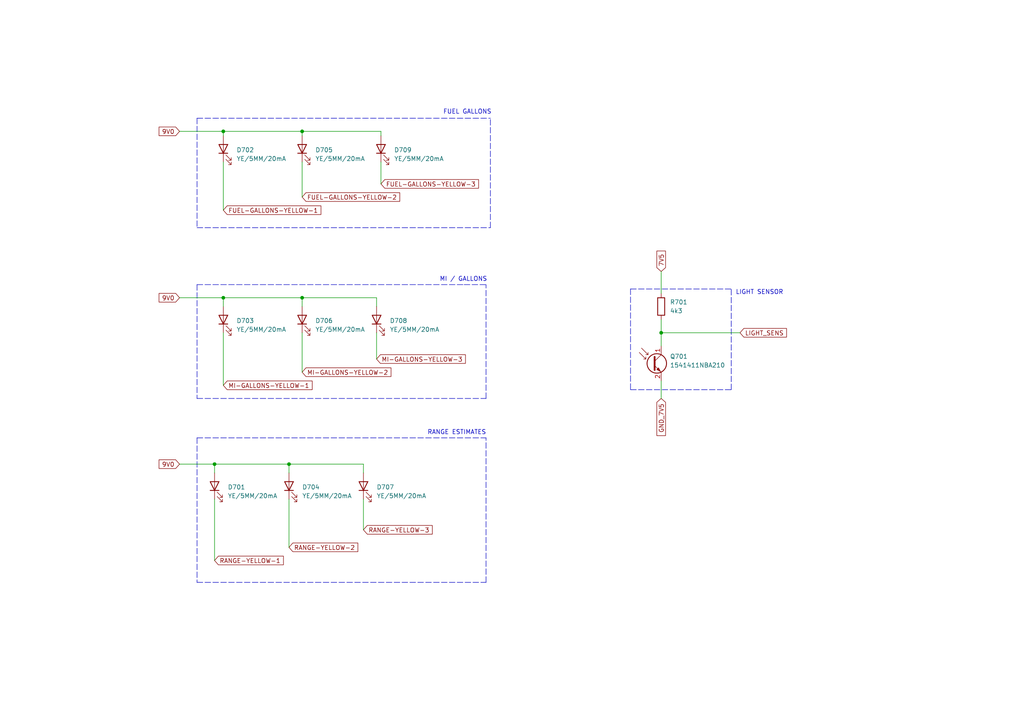
<source format=kicad_sch>
(kicad_sch (version 20250114) (generator "eeschema") (generator_version "9.0")
  (paper "A4")
  (title_block (title "LEDs") (date "2025-11-01") (rev "1") (company "Code99 | Automotive") (comment 1 "FUEL-MILES-RANGE") (comment 2 "DASH2000S1S2"))
  (lib_symbols
    (symbol "Device:LED" (pin_numbers (hide yes)) (pin_names (offset 1.016) (hide yes))
      (property "Reference" "D" (at 0 2.54 0))
      (property "Value" "LED" (at 0 -2.54 0))
      (symbol "LED_0_1"
        (polyline (pts (xy -3.048 -0.762) (xy -4.572 -2.286) (xy -3.81 -2.286) (xy -4.572 -2.286) (xy -4.572 -1.524)))
        (polyline (pts (xy -1.778 -0.762) (xy -3.302 -2.286) (xy -2.54 -2.286) (xy -3.302 -2.286) (xy -3.302 -1.524)))
        (polyline (pts (xy -1.27 0) (xy 1.27 0)))
        (polyline (pts (xy -1.27 -1.27) (xy -1.27 1.27)) (stroke (width 0.254)))
        (polyline (pts (xy 1.27 -1.27) (xy 1.27 1.27) (xy -1.27 0) (xy 1.27 -1.27)) (stroke (width 0.254)))
      )
      (symbol "LED_1_1"
        (pin passive line (at -3.81 0 0) (length 2.54) (name "K") (number "1"))
        (pin passive line (at 3.81 0 180) (length 2.54) (name "A") (number "2"))
      )
    )
    (symbol "Device:R" (pin_numbers (hide yes)) (pin_names (offset 0))
      (property "Reference" "R" (at 2.032 0 90))
      (property "Value" "R" (at 0 0 90))
      (symbol "R_0_1"
        (rectangle (start -1.016 -2.54) (end 1.016 2.54) (stroke (width 0.254)))
      )
      (symbol "R_1_1"
        (pin passive line (at 0 3.81 270) (length 1.27) (name "~") (number "1"))
        (pin passive line (at 0 -3.81 90) (length 1.27) (name "~") (number "2"))
      )
    )
    (symbol "Sensor_Optical:BPW40" (pin_names (offset 0) (hide yes))
      (property "Reference" "Q" (at 5.08 1.27 0))
      (property "Value" "BPW40" (at 5.08 -1.27 0))
      (symbol "BPW40_0_1"
        (polyline (pts (xy -3.81 3.175) (xy -1.905 1.27) (xy -1.905 1.905)))
        (polyline (pts (xy -3.175 4.445) (xy -1.27 2.54) (xy -1.27 3.175)))
        (polyline (pts (xy -1.905 1.27) (xy -2.54 1.27)))
        (polyline (pts (xy -1.27 2.54) (xy -1.905 2.54)))
        (polyline (pts (xy 0.635 1.905) (xy 0.635 -1.905) (xy 0.635 -1.905)) (stroke (width 0.508)))
        (polyline (pts (xy 0.635 0.635) (xy 2.54 2.54)))
        (polyline (pts (xy 0.635 -0.635) (xy 2.54 -2.54) (xy 2.54 -2.54)))
        (circle (center 1.27 0) (radius 2.8194) (stroke (width 0.254)))
        (polyline (pts (xy 1.27 -1.778) (xy 1.778 -1.27) (xy 2.286 -2.286) (xy 1.27 -1.778) (xy 1.27 -1.778)) (fill (type outline)))
      )
      (symbol "BPW40_1_1"
        (pin passive line (at 2.54 5.08 270) (length 2.54) (name "C") (number "1"))
        (pin passive line (at 2.54 -5.08 90) (length 2.54) (name "E") (number "2"))
      )
    )
  )
  (text "MI / GALLONS" (at 127.508 81.788 0) (effects (font (size 1.27 1.27)) (justify left bottom)))
  (text "RANGE ESTIMATES" (at 123.952 126.238 0) (effects (font (size 1.27 1.27)) (justify left bottom)))
  (text "FUEL GALLONS" (at 128.524 33.274 0) (effects (font (size 1.27 1.27)) (justify left bottom)))
  (text "LIGHT SENSOR" (at 213.36 85.598 0) (effects (font (size 1.27 1.27)) (justify left bottom)))
  (junction (at 83.82 134.62))
  (junction (at 87.63 38.1))
  (junction (at 64.77 86.36))
  (junction (at 62.23 134.62))
  (junction (at 191.77 96.52))
  (junction (at 87.63 86.36))
  (junction (at 64.77 38.1))
  (wire (pts (xy 64.77 86.36) (xy 64.77 88.9)))
  (wire (pts (xy 64.77 38.1) (xy 52.07 38.1)))
  (wire (pts (xy 83.82 134.62) (xy 83.82 137.16)))
  (wire (pts (xy 110.49 46.99) (xy 110.49 53.34)))
  (polyline (pts (xy 57.15 115.57) (xy 140.97 115.57)) (stroke (width 0) (type dash)))
  (wire (pts (xy 83.82 134.62) (xy 105.41 134.62)))
  (wire (pts (xy 52.07 86.36) (xy 64.77 86.36)))
  (wire (pts (xy 87.63 46.99) (xy 87.63 57.15)))
  (polyline (pts (xy 134.62 82.55) (xy 140.97 82.55)) (stroke (width 0) (type dash)))
  (wire (pts (xy 191.77 110.49) (xy 191.77 115.57)))
  (wire (pts (xy 109.22 88.9) (xy 109.22 86.36)))
  (polyline (pts (xy 57.15 34.29) (xy 57.15 66.04)) (stroke (width 0) (type dash)))
  (wire (pts (xy 62.23 134.62) (xy 83.82 134.62)))
  (wire (pts (xy 64.77 96.52) (xy 64.77 111.76)))
  (wire (pts (xy 191.77 78.74) (xy 191.77 85.09)))
  (polyline (pts (xy 182.88 113.03) (xy 212.09 113.03)) (stroke (width 0) (type dash)))
  (polyline (pts (xy 57.15 127) (xy 57.15 168.91)) (stroke (width 0) (type dash)))
  (wire (pts (xy 64.77 38.1) (xy 87.63 38.1)))
  (wire (pts (xy 83.82 144.78) (xy 83.82 158.75)))
  (wire (pts (xy 191.77 96.52) (xy 214.63 96.52)))
  (wire (pts (xy 87.63 38.1) (xy 110.49 38.1)))
  (polyline (pts (xy 182.88 83.82) (xy 212.09 83.82)) (stroke (width 0) (type dash)))
  (wire (pts (xy 64.77 46.99) (xy 64.77 60.96)))
  (polyline (pts (xy 57.15 168.91) (xy 140.97 168.91)) (stroke (width 0) (type dash)))
  (polyline (pts (xy 182.88 83.82) (xy 182.88 113.03)) (stroke (width 0) (type dash)))
  (wire (pts (xy 64.77 38.1) (xy 64.77 39.37)))
  (polyline (pts (xy 57.15 66.04) (xy 142.24 66.04)) (stroke (width 0) (type dash)))
  (polyline (pts (xy 57.15 34.29) (xy 142.24 34.29)) (stroke (width 0) (type dash)))
  (wire (pts (xy 87.63 96.52) (xy 87.63 107.95)))
  (wire (pts (xy 191.77 96.52) (xy 191.77 100.33)))
  (wire (pts (xy 87.63 86.36) (xy 109.22 86.36)))
  (wire (pts (xy 52.07 134.62) (xy 62.23 134.62)))
  (polyline (pts (xy 140.97 115.57) (xy 140.97 82.55)) (stroke (width 0) (type dash)))
  (wire (pts (xy 62.23 144.78) (xy 62.23 162.56)))
  (wire (pts (xy 191.77 92.71) (xy 191.77 96.52)))
  (wire (pts (xy 64.77 86.36) (xy 87.63 86.36)))
  (wire (pts (xy 87.63 88.9) (xy 87.63 86.36)))
  (polyline (pts (xy 140.97 168.91) (xy 140.97 127)) (stroke (width 0) (type dash)))
  (wire (pts (xy 105.41 137.16) (xy 105.41 134.62)))
  (polyline (pts (xy 57.15 82.55) (xy 134.62 82.55)) (stroke (width 0) (type dash)))
  (polyline (pts (xy 212.09 113.03) (xy 212.09 83.82)) (stroke (width 0) (type dash)))
  (wire (pts (xy 87.63 39.37) (xy 87.63 38.1)))
  (polyline (pts (xy 57.15 82.55) (xy 57.15 115.57)) (stroke (width 0) (type dash)))
  (wire (pts (xy 109.22 96.52) (xy 109.22 104.14)))
  (polyline (pts (xy 142.24 66.04) (xy 142.24 34.29)) (stroke (width 0) (type dash)))
  (polyline (pts (xy 57.15 127) (xy 140.97 127)) (stroke (width 0) (type dash)))
  (wire (pts (xy 62.23 137.16) (xy 62.23 134.62)))
  (wire (pts (xy 105.41 144.78) (xy 105.41 153.67)))
  (wire (pts (xy 110.49 39.37) (xy 110.49 38.1)))
  (global_label "MI-GALLONS-YELLOW-3" (shape input) (at 109.22 104.14 0) (property "Intersheetrefs" "${INTERSHEET_REFS}" (effects (hide yes))))
  (global_label "9V0" (shape input) (at 52.07 134.62 180) (property "Intersheetrefs" "${INTERSHEET_REFS}" (effects (hide yes))))
  (global_label "7V5" (shape input) (at 191.77 78.74 90) (property "Intersheetrefs" "${INTERSHEET_REFS}" (effects (hide yes))))
  (global_label "RANGE-YELLOW-1" (shape input) (at 62.23 162.56 0) (property "Intersheetrefs" "${INTERSHEET_REFS}" (effects (hide yes))))
  (global_label "MI-GALLONS-YELLOW-2" (shape input) (at 87.63 107.95 0) (property "Intersheetrefs" "${INTERSHEET_REFS}" (effects (hide yes))))
  (global_label "RANGE-YELLOW-2" (shape input) (at 83.82 158.75 0) (property "Intersheetrefs" "${INTERSHEET_REFS}" (effects (hide yes))))
  (global_label "FUEL-GALLONS-YELLOW-3" (shape input) (at 110.49 53.34 0) (property "Intersheetrefs" "${INTERSHEET_REFS}" (effects (hide yes))))
  (global_label "FUEL-GALLONS-YELLOW-1" (shape input) (at 64.77 60.96 0) (property "Intersheetrefs" "${INTERSHEET_REFS}" (effects (hide yes))))
  (global_label "LIGHT_SENS" (shape input) (at 214.63 96.52 0) (property "Intersheetrefs" "${INTERSHEET_REFS}" (effects (hide yes))))
  (global_label "GND_7V5" (shape input) (at 191.77 115.57 270) (property "Intersheetrefs" "${INTERSHEET_REFS}" (effects (hide yes))))
  (global_label "FUEL-GALLONS-YELLOW-2" (shape input) (at 87.63 57.15 0) (property "Intersheetrefs" "${INTERSHEET_REFS}" (effects (hide yes))))
  (global_label "RANGE-YELLOW-3" (shape input) (at 105.41 153.67 0) (property "Intersheetrefs" "${INTERSHEET_REFS}" (effects (hide yes))))
  (global_label "9V0" (shape input) (at 52.07 86.36 180) (property "Intersheetrefs" "${INTERSHEET_REFS}" (effects (hide yes))))
  (global_label "9V0" (shape input) (at 52.07 38.1 180) (property "Intersheetrefs" "${INTERSHEET_REFS}" (effects (hide yes))))
  (global_label "MI-GALLONS-YELLOW-1" (shape input) (at 64.77 111.76 0) (property "Intersheetrefs" "${INTERSHEET_REFS}" (effects (hide yes))))
  (symbol (lib_id "Device:LED") (at 110.49 43.18 90) (unit 1)
    (property "Reference" "D709" (at 114.3 43.4974 90) (effects (justify right)))
    (property "Value" "YE/5MM/20mA" (at 114.3 46.0374 90) (effects (justify right)))
    (property "Footprint" "Code99_LED:LED_5MM_YELLOW_DIFF" (effects (hide yes)))
    (property "Description" "Light emitting diode" (effects (hide yes)))
    (property "Sim.Pins" "1=K 2=A" (effects (hide yes)))
  )
  (symbol (lib_id "Device:LED") (at 87.63 92.71 90) (unit 1)
    (property "Reference" "D706" (at 91.44 93.0274 90) (effects (justify right)))
    (property "Value" "YE/5MM/20mA" (at 91.44 95.5674 90) (effects (justify right)))
    (property "Footprint" "Code99_LED:LED_5MM_YELLOW_DIFF" (effects (hide yes)))
    (property "Description" "Light emitting diode" (effects (hide yes)))
    (property "Sim.Pins" "1=K 2=A" (effects (hide yes)))
  )
  (symbol (lib_id "Device:LED") (at 64.77 92.71 90) (unit 1)
    (property "Reference" "D703" (at 68.58 93.0274 90) (effects (justify right)))
    (property "Value" "YE/5MM/20mA" (at 68.58 95.5674 90) (effects (justify right)))
    (property "Footprint" "Code99_LED:LED_5MM_YELLOW_DIFF" (effects (hide yes)))
    (property "Description" "Light emitting diode" (effects (hide yes)))
    (property "Sim.Pins" "1=K 2=A" (effects (hide yes)))
  )
  (symbol (lib_id "Device:LED") (at 109.22 92.71 90) (unit 1)
    (property "Reference" "D708" (at 113.03 93.0274 90) (effects (justify right)))
    (property "Value" "YE/5MM/20mA" (at 113.03 95.5674 90) (effects (justify right)))
    (property "Footprint" "Code99_LED:LED_5MM_YELLOW_DIFF" (effects (hide yes)))
    (property "Description" "Light emitting diode" (effects (hide yes)))
    (property "Sim.Pins" "1=K 2=A" (effects (hide yes)))
  )
  (symbol (lib_id "Device:LED") (at 105.41 140.97 90) (unit 1)
    (property "Reference" "D707" (at 109.22 141.2874 90) (effects (justify right)))
    (property "Value" "YE/5MM/20mA" (at 109.22 143.8274 90) (effects (justify right)))
    (property "Footprint" "Code99_LED:LED_5MM_YELLOW_DIFF" (effects (hide yes)))
    (property "Description" "Light emitting diode" (effects (hide yes)))
    (property "Sim.Pins" "1=K 2=A" (effects (hide yes)))
  )
  (symbol (lib_id "Device:LED") (at 64.77 43.18 90) (unit 1)
    (property "Reference" "D702" (at 68.58 43.4974 90) (effects (justify right)))
    (property "Value" "YE/5MM/20mA" (at 68.58 46.0374 90) (effects (justify right)))
    (property "Footprint" "Code99_LED:LED_5MM_YELLOW_DIFF" (effects (hide yes)))
    (property "Description" "Light emitting diode" (effects (hide yes)))
    (property "Sim.Pins" "1=K 2=A" (effects (hide yes)))
  )
  (symbol (lib_id "Sensor_Optical:BPW40") (at 189.23 105.41 0) (unit 1)
    (property "Reference" "Q701" (at 194.31 103.3906 0) (effects (justify left)))
    (property "Value" "1541411NBA210" (at 194.31 105.9306 0) (effects (justify left)))
    (property "Footprint" "OptoDevice:Osram_SFH2201" (effects (hide yes)))
    (property "Description" "Phototransistor NPN" (effects (hide yes)))
    (property "Vendor" "Würth Elektronik" (effects (hide yes)))
    (property "Vendor No." "1541411NBA210" (effects (hide yes)))
    (property "Farnell" "2990888" (effects (hide yes)))
  )
  (symbol (lib_id "Device:LED") (at 62.23 140.97 90) (unit 1)
    (property "Reference" "D701" (at 66.04 141.2874 90) (effects (justify right)))
    (property "Value" "YE/5MM/20mA" (at 66.04 143.8274 90) (effects (justify right)))
    (property "Footprint" "Code99_LED:LED_5MM_YELLOW_DIFF" (effects (hide yes)))
    (property "Description" "Light emitting diode" (effects (hide yes)))
    (property "Sim.Pins" "1=K 2=A" (effects (hide yes)))
  )
  (symbol (lib_id "Device:LED") (at 83.82 140.97 90) (unit 1)
    (property "Reference" "D704" (at 87.63 141.2874 90) (effects (justify right)))
    (property "Value" "YE/5MM/20mA" (at 87.63 143.8274 90) (effects (justify right)))
    (property "Footprint" "Code99_LED:LED_5MM_YELLOW_DIFF" (effects (hide yes)))
    (property "Description" "Light emitting diode" (effects (hide yes)))
    (property "Sim.Pins" "1=K 2=A" (effects (hide yes)))
  )
  (symbol (lib_id "Device:LED") (at 87.63 43.18 90) (unit 1)
    (property "Reference" "D705" (at 91.44 43.4974 90) (effects (justify right)))
    (property "Value" "YE/5MM/20mA" (at 91.44 46.0374 90) (effects (justify right)))
    (property "Footprint" "Code99_LED:LED_5MM_YELLOW_DIFF" (effects (hide yes)))
    (property "Description" "Light emitting diode" (effects (hide yes)))
    (property "Sim.Pins" "1=K 2=A" (effects (hide yes)))
  )
  (symbol (lib_id "Device:R") (at 191.77 88.9 0) (unit 1)
    (property "Reference" "R701" (at 194.31 87.6299 0) (effects (justify left)))
    (property "Value" "4k3" (at 194.31 90.1699 0) (effects (justify left)))
    (property "Footprint" "Resistor_SMD:R_1206_3216Metric" (effects (hide yes)))
    (property "Description" "Resistor" (effects (hide yes)))
  )
)
</source>
